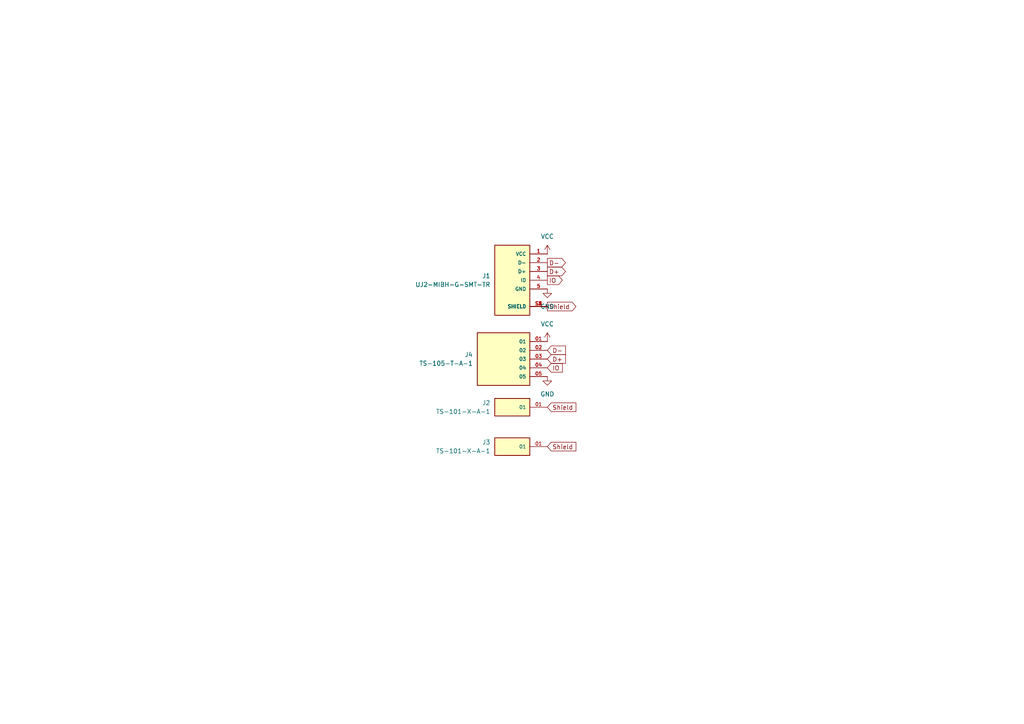
<source format=kicad_sch>
(kicad_sch (version 20231120) (generator "eeschema") (generator_version "8.0")
  (paper "A4")
  (title_block (title "MicroUSB2DIP") (date "2025-02-06") (rev "1.0.0") (company "AvelTek"))
  (lib_symbols
    (symbol "TS-101-X-A-1:TS-101-X-A-1" (pin_names (offset 1.016))
      (property "Reference" "J" (at -5.08 3.175 0))
      (property "Value" "TS-101-X-A-1" (at -5.08 -5.08 0))
      (symbol "TS-101-X-A-1_0_0"
        (rectangle (start -5.08 -2.54) (end 5.08 2.54) (stroke (width 0.254)) (fill (type background)))
        (pin passive line (at -10.16 0 0) (length 5.08) (name "01") (number "01"))
      )
    )
    (symbol "TS-105-T-A-1:TS-105-T-A-1" (pin_names (offset 1.016))
      (property "Reference" "J" (at -8.12 7.62 0))
      (property "Value" "TS-105-T-A-1" (at -7.62 -10.16 0))
      (symbol "TS-105-T-A-1_0_0"
        (rectangle (start -7.62 -7.62) (end 7.62 7.62) (stroke (width 0.254)) (fill (type background)))
        (pin passive line (at -12.7 5.08 0) (length 5.08) (name "01") (number "01"))
        (pin passive line (at -12.7 2.54 0) (length 5.08) (name "02") (number "02"))
        (pin passive line (at -12.7 0 0) (length 5.08) (name "03") (number "03"))
        (pin passive line (at -12.7 -2.54 0) (length 5.08) (name "04") (number "04"))
        (pin passive line (at -12.7 -5.08 0) (length 5.08) (name "05") (number "05"))
      )
    )
    (symbol "UJ2-MIBH-G-SMT-TR:UJ2-MIBH-G-SMT-TR" (pin_names (offset 1.016))
      (property "Reference" "J" (at -5.08 11.43 0))
      (property "Value" "UJ2-MIBH-G-SMT-TR" (at -5.08 -12.7 0))
      (symbol "UJ2-MIBH-G-SMT-TR_0_0"
        (rectangle (start -5.08 -10.16) (end 5.08 10.16) (stroke (width 0.254)) (fill (type background)))
        (pin power_in line (at -10.16 7.62 0) (length 5.08) (name "VCC") (number "1"))
        (pin bidirectional line (at -10.16 5.08 0) (length 5.08) (name "D-") (number "2"))
        (pin bidirectional line (at -10.16 2.54 0) (length 5.08) (name "D+") (number "3"))
        (pin bidirectional line (at -10.16 0 0) (length 5.08) (name "ID") (number "4"))
        (pin power_in line (at -10.16 -2.54 0) (length 5.08) (name "GND") (number "5"))
        (pin passive line (at -10.16 -7.62 0) (length 5.08) (name "SHIELD") (number "S1"))
        (pin passive line (at -10.16 -7.62 0) (length 5.08) (name "SHIELD") (number "S2"))
        (pin passive line (at -10.16 -7.62 0) (length 5.08) (name "SHIELD") (number "S3"))
        (pin passive line (at -10.16 -7.62 0) (length 5.08) (name "SHIELD") (number "S4"))
      )
    )
    (symbol "power:GND" (power) (pin_numbers hide) (pin_names (offset 0) hide)
      (property "Value" "GND" (at 0 -3.81 0))
      (symbol "GND_0_1"
        (polyline (pts (xy 0 0) (xy 0 -1.27) (xy 1.27 -1.27) (xy 0 -2.54) (xy -1.27 -1.27) (xy 0 -1.27)))
      )
      (symbol "GND_1_1"
        (pin power_in line (at 0 0 270) (length 0) (name "~") (number "1"))
      )
    )
    (symbol "power:VCC" (power) (pin_numbers hide) (pin_names (offset 0) hide)
      (property "Value" "VCC" (at 0 3.556 0))
      (symbol "VCC_0_1"
        (polyline (pts (xy -0.762 1.27) (xy 0 2.54)))
        (polyline (pts (xy 0 0) (xy 0 2.54)))
        (polyline (pts (xy 0 2.54) (xy 0.762 1.27)))
      )
      (symbol "VCC_1_1"
        (pin power_in line (at 0 0 90) (length 0) (name "~") (number "1"))
      )
    )
  )
  (global_label "Shield" (shape output) (at 158.75 88.9 0) (property "Intersheetrefs" "${INTERSHEET_REFS}" (effects (hide yes))))
  (global_label "Shield" (shape input) (at 158.75 129.54 0) (property "Intersheetrefs" "${INTERSHEET_REFS}" (effects (hide yes))))
  (global_label "Shield" (shape input) (at 158.75 118.11 0) (property "Intersheetrefs" "${INTERSHEET_REFS}" (effects (hide yes))))
  (global_label "D+" (shape output) (at 158.75 78.74 0) (property "Intersheetrefs" "${INTERSHEET_REFS}" (effects (hide yes))))
  (global_label "D-" (shape output) (at 158.75 76.2 0) (property "Intersheetrefs" "${INTERSHEET_REFS}" (effects (hide yes))))
  (global_label "D-" (shape input) (at 158.75 101.6 0) (property "Intersheetrefs" "${INTERSHEET_REFS}" (effects (hide yes))))
  (global_label "IO" (shape input) (at 158.75 106.68 0) (property "Intersheetrefs" "${INTERSHEET_REFS}" (effects (hide yes))))
  (global_label "IO" (shape output) (at 158.75 81.28 0) (property "Intersheetrefs" "${INTERSHEET_REFS}" (effects (hide yes))))
  (global_label "D+" (shape input) (at 158.75 104.14 0) (property "Intersheetrefs" "${INTERSHEET_REFS}" (effects (hide yes))))
  (symbol (lib_id "TS-105-T-A-1:TS-105-T-A-1") (at 146.05 104.14 0) (mirror y) (unit 1)
    (property "Reference" "J4" (at 137.16 102.8699 0) (effects (justify left)))
    (property "Value" "TS-105-T-A-1" (at 137.16 105.4099 0) (effects (justify left)))
    (property "Footprint" "TS-105-T-A-1:SAMTEC_TS-105-T-A-1" (effects (hide yes)))
    (property "MF" "Samtec Inc." (effects (hide yes)))
    (property "Description_1" "\n                        \n                            5 Position Header Connector Male Pin Tin\n                        \n" (effects (hide yes)))
    (property "Package" "None" (effects (hide yes)))
    (property "Price" "None" (effects (hide yes)))
    (property "Check_prices" "https://www.snapeda.com/parts/TS-105-T-A-1/Samtec/view-part/?ref=eda" (effects (hide yes)))
    (property "STANDARD" "Manufacturer Recommendations" (effects (hide yes)))
    (property "PARTREV" "R" (effects (hide yes)))
    (property "SnapEDA_Link" "https://www.snapeda.com/parts/TS-105-T-A-1/Samtec/view-part/?ref=snap" (effects (hide yes)))
    (property "MP" "TS-105-T-A-1" (effects (hide yes)))
    (property "Availability" "In Stock" (effects (hide yes)))
    (property "MANUFACTURER" "Samtec Inc." (effects (hide yes)))
  )
  (symbol (lib_id "TS-101-X-A-1:TS-101-X-A-1") (at 148.59 129.54 0) (mirror y) (unit 1)
    (property "Reference" "J3" (at 142.24 128.2699 0) (effects (justify left)))
    (property "Value" "TS-101-X-A-1" (at 142.24 130.8099 0) (effects (justify left)))
    (property "Footprint" "TS-101-X-A-1:SAMTEC_TS-101-X-A-1" (effects (hide yes)))
    (property "MF" "Samtec" (effects (hide yes)))
    (property "MAXIMUM_PACKAGE_HEIGHT" "8.28 mm" (effects (hide yes)))
    (property "Package" "None" (effects (hide yes)))
    (property "Price" "None" (effects (hide yes)))
    (property "Check_prices" "https://www.snapeda.com/parts/TS-101-T-A/Samtec/view-part/?ref=eda" (effects (hide yes)))
    (property "STANDARD" "Manufacturer Recommendations" (effects (hide yes)))
    (property "PARTREV" "B" (effects (hide yes)))
    (property "SnapEDA_Link" "https://www.snapeda.com/parts/TS-101-T-A/Samtec/view-part/?ref=snap" (effects (hide yes)))
    (property "MP" "TS-101-T-A" (effects (hide yes)))
    (property "Description_1" "\n                        \n                            TS - Samtec 2.54mm Single Row Machined Terminal Strip - Fast Stock\n                        \n" (effects (hide yes)))
    (property "Availability" "In Stock" (effects (hide yes)))
    (property "MANUFACTURER" "Samtec" (effects (hide yes)))
  )
  (symbol (lib_id "power:GND") (at 158.75 83.82 0) (unit 1)
    (property "Reference" "#PWR01" (effects (hide yes)))
    (property "Value" "GND" (at 158.75 88.9 0))
    (property "Description" "Power symbol creates a global label with name \"GND\" , ground" (effects (hide yes)))
  )
  (symbol (lib_id "UJ2-MIBH-G-SMT-TR:UJ2-MIBH-G-SMT-TR") (at 148.59 81.28 0) (mirror y) (unit 1)
    (property "Reference" "J1" (at 142.24 80.0099 0) (effects (justify left)))
    (property "Value" "UJ2-MIBH-G-SMT-TR" (at 142.24 82.5499 0) (effects (justify left)))
    (property "Footprint" "UJ2-MIBH-G-SMT-TR:CUI_UJ2-MIBH-G-SMT-TR" (effects (hide yes)))
    (property "MF" "Same Sky" (effects (hide yes)))
    (property "MAXIMUM_PACKAGE_HEIGHT" "2.95 mm" (effects (hide yes)))
    (property "Package" "None" (effects (hide yes)))
    (property "Price" "None" (effects (hide yes)))
    (property "Check_prices" "https://www.snapeda.com/parts/UJ2-MIBH-G-SMT-TR/Same+Sky/view-part/?ref=eda" (effects (hide yes)))
    (property "STANDARD" "Manufacturer Recommendations" (effects (hide yes)))
    (property "PARTREV" "1.0" (effects (hide yes)))
    (property "SnapEDA_Link" "https://www.snapeda.com/parts/UJ2-MIBH-G-SMT-TR/Same+Sky/view-part/?ref=snap" (effects (hide yes)))
    (property "MP" "UJ2-MIBH-G-SMT-TR" (effects (hide yes)))
    (property "Description_1" "\n                        \n                            Micro B, USB 2.0, 480 Mbps, 5 Vdc, 1.8 A, Right Angle, Surface Mount, Black Insulator, USB Receptacle\n                        \n" (effects (hide yes)))
    (property "Availability" "In Stock" (effects (hide yes)))
    (property "MANUFACTURER" "CUI" (effects (hide yes)))
  )
  (symbol (lib_id "power:VCC") (at 158.75 99.06 0) (unit 1)
    (property "Reference" "#PWR04" (effects (hide yes)))
    (property "Value" "VCC" (at 158.75 93.98 0))
    (property "Description" "Power symbol creates a global label with name \"VCC\"" (effects (hide yes)))
  )
  (symbol (lib_id "power:VCC") (at 158.75 73.66 0) (unit 1)
    (property "Reference" "#PWR03" (effects (hide yes)))
    (property "Value" "VCC" (at 158.75 68.58 0))
    (property "Description" "Power symbol creates a global label with name \"VCC\"" (effects (hide yes)))
  )
  (symbol (lib_id "power:GND") (at 158.75 109.22 0) (unit 1)
    (property "Reference" "#PWR02" (effects (hide yes)))
    (property "Value" "GND" (at 158.75 114.3 0))
    (property "Description" "Power symbol creates a global label with name \"GND\" , ground" (effects (hide yes)))
  )
  (symbol (lib_id "TS-101-X-A-1:TS-101-X-A-1") (at 148.59 118.11 0) (mirror y) (unit 1)
    (property "Reference" "J2" (at 142.24 116.8399 0) (effects (justify left)))
    (property "Value" "TS-101-X-A-1" (at 142.24 119.3799 0) (effects (justify left)))
    (property "Footprint" "TS-101-X-A-1:SAMTEC_TS-101-X-A-1" (effects (hide yes)))
    (property "MF" "Samtec" (effects (hide yes)))
    (property "MAXIMUM_PACKAGE_HEIGHT" "8.28 mm" (effects (hide yes)))
    (property "Package" "None" (effects (hide yes)))
    (property "Price" "None" (effects (hide yes)))
    (property "Check_prices" "https://www.snapeda.com/parts/TS-101-T-A/Samtec/view-part/?ref=eda" (effects (hide yes)))
    (property "STANDARD" "Manufacturer Recommendations" (effects (hide yes)))
    (property "PARTREV" "B" (effects (hide yes)))
    (property "SnapEDA_Link" "https://www.snapeda.com/parts/TS-101-T-A/Samtec/view-part/?ref=snap" (effects (hide yes)))
    (property "MP" "TS-101-T-A" (effects (hide yes)))
    (property "Description_1" "\n                        \n                            TS - Samtec 2.54mm Single Row Machined Terminal Strip - Fast Stock\n                        \n" (effects (hide yes)))
    (property "Availability" "In Stock" (effects (hide yes)))
    (property "MANUFACTURER" "Samtec" (effects (hide yes)))
  )
)
</source>
